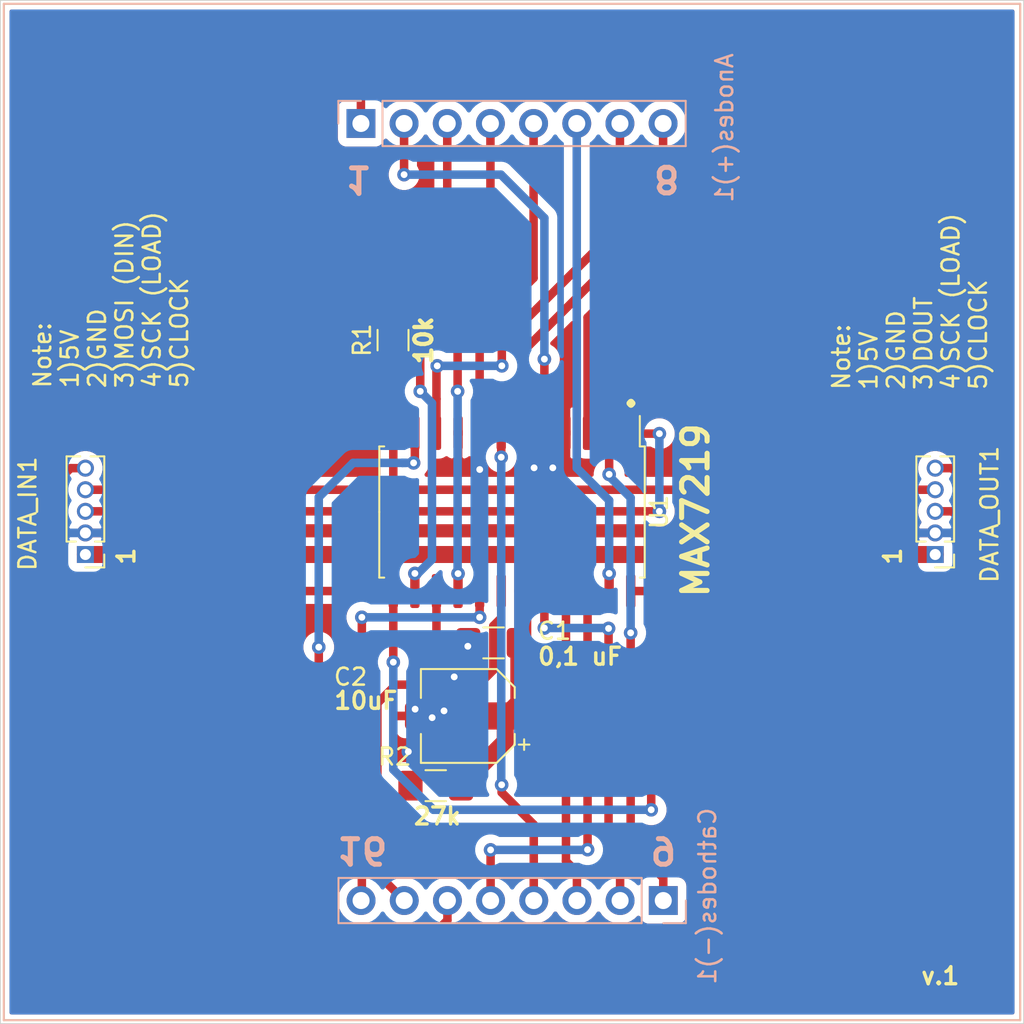
<source format=kicad_pcb>
(kicad_pcb (version 20211014) (generator pcbnew)
  (layers (0 "F.Cu" signal) (31 "B.Cu" signal) (34 "B.Paste" user) (35 "F.Paste" user) (36 "B.SilkS" user "B.Silkscreen") (37 "F.SilkS" user "F.Silkscreen") (38 "B.Mask" user) (39 "F.Mask" user) (44 "Edge.Cuts" user))
  (net 0 "")
  (net 1 "8")
  (net 2 "7")
  (net 3 "6")
  (net 4 "5")
  (net 5 "4")
  (net 6 "3")
  (net 7 "2")
  (net 8 "1")
  (net 9 "GND")
  (net 10 "5V")
  (net 11 "16")
  (net 12 "15")
  (net 13 "14")
  (net 14 "13")
  (net 15 "12")
  (net 16 "11")
  (net 17 "10")
  (net 18 "9")
  (net 19 "CS")
  (net 20 "Net-(R2-Pad2)")
  (net 21 "DOUT")
  (net 22 "CK")
  (net 23 "DIN")
  (footprint "Capacitor_SMD:CP_Elec_5x3" (layer "F.Cu") (at 127.5 112.1 180)
    (fp_text reference "C2" (at 6.9 2.3) (layer "F.SilkS"))
    (fp_text value "10uF")
    (fp_line (start -1.695563 2.76) (end 2.76 2.76) (layer "F.SilkS") (width 0.12))
    (fp_line (start 2.76 -2.76) (end 2.76 -1.06) (layer "F.SilkS") (width 0.12))
    (fp_line (start -2.76 -1.695563) (end -2.76 -1.06) (layer "F.SilkS") (width 0.12))
    (fp_line (start -3.3125 -1.9975) (end -3.3125 -1.3725) (layer "F.SilkS") (width 0.12))
    (fp_line (start -2.76 1.695563) (end -1.695563 2.76) (layer "F.SilkS") (width 0.12))
    (fp_line (start -2.76 -1.695563) (end -1.695563 -2.76) (layer "F.SilkS") (width 0.12))
    (fp_line (start 2.76 2.76) (end 2.76 1.06) (layer "F.SilkS") (width 0.12))
    (fp_line (start -2.76 1.695563) (end -2.76 1.06) (layer "F.SilkS") (width 0.12))
    (fp_line (start -1.695563 -2.76) (end 2.76 -2.76) (layer "F.SilkS") (width 0.12))
    (fp_line (start -3.625 -1.685) (end -3 -1.685) (layer "F.SilkS") (width 0.12))
    (pad "1" smd roundrect locked (at -2.2 0 180) (size 3 1.6) (layers "F.Cu" "F.Paste" "F.Mask") (roundrect_rratio 0.15625) (net 10 "5V"))
    (pad "2" smd roundrect locked (at 2.2 0 180) (size 3 1.6) (layers "F.Cu" "F.Paste" "F.Mask") (roundrect_rratio 0.15625) (net 9 "GND"))
  )
  (footprint "Package_SO:SOP-24_7.5x15.4mm_P1.27mm" (layer "F.Cu") (at 130.1 100.1 -90)
    (fp_text reference "U1" (at 0 -8.65 90) (layer "F.SilkS"))
    (fp_text value "MAX7219")
    (fp_line (start 0 -7.81) (end 3.86 -7.81) (layer "F.SilkS") (width 0.12))
    (fp_line (start 3.86 7.81) (end 3.86 7.52) (layer "F.SilkS") (width 0.12))
    (fp_line (start 3.86 -7.81) (end 3.86 -7.52) (layer "F.SilkS") (width 0.12))
    (fp_line (start -3.86 -7.81) (end -3.86 -7.52) (layer "F.SilkS") (width 0.12))
    (fp_line (start -3.86 -7.52) (end -5.65 -7.52) (layer "F.SilkS") (width 0.12))
    (fp_line (start 0 7.81) (end -3.86 7.81) (layer "F.SilkS") (width 0.12))
    (fp_line (start -3.86 7.81) (end -3.86 7.52) (layer "F.SilkS") (width 0.12))
    (fp_line (start 0 7.81) (end 3.86 7.81) (layer "F.SilkS") (width 0.12))
    (fp_line (start 0 -7.81) (end -3.86 -7.81) (layer "F.SilkS") (width 0.12))
    (pad "1" smd roundrect locked (at -4.65 -6.985 270) (size 2 0.55) (layers "F.Cu" "F.Paste" "F.Mask") (net 23 "DIN"))
    (pad "2" smd roundrect locked (at -4.65 -5.715 270) (size 2 0.55) (layers "F.Cu" "F.Paste" "F.Mask") (net 18 "9"))
    (pad "3" smd roundrect locked (at -4.65 -4.445 270) (size 2 0.55) (layers "F.Cu" "F.Paste" "F.Mask") (net 8 "1"))
    (pad "4" smd roundrect locked (at -4.65 -3.175 270) (size 2 0.55) (layers "F.Cu" "F.Paste" "F.Mask") (net 9 "GND"))
    (pad "5" smd roundrect locked (at -4.65 -1.905 270) (size 2 0.55) (layers "F.Cu" "F.Paste" "F.Mask") (net 7 "2"))
    (pad "6" smd roundrect locked (at -4.65 -0.635 270) (size 2 0.55) (layers "F.Cu" "F.Paste" "F.Mask") (net 1 "8"))
    (pad "7" smd roundrect locked (at -4.65 0.635 270) (size 2 0.55) (layers "F.Cu" "F.Paste" "F.Mask") (net 15 "12"))
    (pad "8" smd roundrect locked (at -4.65 1.905 270) (size 2 0.55) (layers "F.Cu" "F.Paste" "F.Mask") (net 4 "5"))
    (pad "9" smd roundrect locked (at -4.65 3.175 270) (size 2 0.55) (layers "F.Cu" "F.Paste" "F.Mask") (net 9 "GND"))
    (pad "10" smd roundrect locked (at -4.65 4.445 270) (size 2 0.55) (layers "F.Cu" "F.Paste" "F.Mask") (net 2 "7"))
    (pad "11" smd roundrect locked (at -4.65 5.715 270) (size 2 0.55) (layers "F.Cu" "F.Paste" "F.Mask") (net 13 "14"))
    (pad "12" smd roundrect locked (at -4.65 6.985 270) (size 2 0.55) (layers "F.Cu" "F.Paste" "F.Mask") (net 19 "CS"))
    (pad "13" smd roundrect locked (at 4.65 6.985 270) (size 2 0.55) (layers "F.Cu" "F.Paste" "F.Mask") (net 22 "CK"))
    (pad "14" smd roundrect locked (at 4.65 5.715 270) (size 2 0.55) (layers "F.Cu" "F.Paste" "F.Mask") (net 6 "3"))
    (pad "15" smd roundrect locked (at 4.65 4.445 270) (size 2 0.55) (layers "F.Cu" "F.Paste" "F.Mask") (net 12 "15"))
    (pad "16" smd roundrect locked (at 4.65 3.175 270) (size 2 0.55) (layers "F.Cu" "F.Paste" "F.Mask") (net 5 "4"))
    (pad "17" smd roundrect locked (at 4.65 1.905 270) (size 2 0.55) (layers "F.Cu" "F.Paste" "F.Mask") (net 11 "16"))
    (pad "18" smd roundrect locked (at 4.65 0.635 270) (size 2 0.55) (layers "F.Cu" "F.Paste" "F.Mask") (net 20 "Net-(R2-Pad2)"))
    (pad "19" smd roundrect locked (at 4.65 -0.635 270) (size 2 0.55) (layers "F.Cu" "F.Paste" "F.Mask") (net 10 "5V"))
    (pad "20" smd roundrect locked (at 4.65 -1.905 270) (size 2 0.55) (layers "F.Cu" "F.Paste" "F.Mask") (net 17 "10"))
    (pad "21" smd roundrect locked (at 4.65 -3.175 270) (size 2 0.55) (layers "F.Cu" "F.Paste" "F.Mask") (net 16 "11"))
    (pad "22" smd roundrect locked (at 4.65 -4.445 270) (size 2 0.55) (layers "F.Cu" "F.Paste" "F.Mask") (net 14 "13"))
    (pad "23" smd roundrect locked (at 4.65 -5.715 270) (size 2 0.55) (layers "F.Cu" "F.Paste" "F.Mask") (net 3 "6"))
    (pad "24" smd roundrect locked (at 4.65 -6.985 270) (size 2 0.55) (layers "F.Cu" "F.Paste" "F.Mask") (net 21 "DOUT"))
  )
  (footprint "Connector_PinHeader_1.27mm:PinHeader_1x05_P1.27mm_Vertical" (layer "F.Cu") (at 105 102.6 180)
    (fp_text reference "DATA_IN1" (at 3.4 2.4 90) (layer "F.SilkS"))
    (fp_text value "Conn_01x05")
    (fp_line (start -1.11 -0.76) (end 0 -0.76) (layer "F.SilkS") (width 0.12))
    (fp_line (start 0.563471 0.76) (end 1.11 0.76) (layer "F.SilkS") (width 0.12))
    (fp_line (start -1.11 5.775) (end -0.30753 5.775) (layer "F.SilkS") (width 0.12))
    (fp_line (start -1.11 0.76) (end -0.563471 0.76) (layer "F.SilkS") (width 0.12))
    (fp_line (start 0.30753 5.775) (end 1.11 5.775) (layer "F.SilkS") (width 0.12))
    (fp_line (start -1.11 0.76) (end -1.11 5.775) (layer "F.SilkS") (width 0.12))
    (fp_line (start 1.11 0.76) (end 1.11 5.775) (layer "F.SilkS") (width 0.12))
    (fp_line (start -1.11 0) (end -1.11 -0.76) (layer "F.SilkS") (width 0.12))
    (pad "1" thru_hole rect locked (at 0 0 180) (size 1 1) (drill 0.65) (layers *.Cu *.Mask) (net 10 "5V"))
    (pad "2" thru_hole oval locked (at 0 1.27 180) (size 1 1) (drill 0.65) (layers *.Cu *.Mask) (net 9 "GND"))
    (pad "3" thru_hole oval locked (at 0 2.54 180) (size 1 1) (drill 0.65) (layers *.Cu *.Mask) (net 23 "DIN"))
    (pad "4" thru_hole oval locked (at 0 3.81 180) (size 1 1) (drill 0.65) (layers *.Cu *.Mask) (net 19 "CS"))
    (pad "5" thru_hole oval locked (at 0 5.08 180) (size 1 1) (drill 0.65) (layers *.Cu *.Mask) (net 22 "CK"))
  )
  (footprint "Capacitor_SMD:C_1206_3216Metric_Pad1.42x1.75mm_HandSolder" (layer "F.Cu") (at 129.0125 107.8 180)
    (fp_text reference "C1" (at -3.5875 0.7) (layer "F.SilkS"))
    (fp_text value "0,1uF")
    (fp_line (start -0.602064 -0.91) (end 0.602064 -0.91) (layer "F.SilkS") (width 0.12))
    (fp_line (start -0.602064 0.91) (end 0.602064 0.91) (layer "F.SilkS") (width 0.12))
    (pad "1" smd roundrect locked (at -1.4875 0 180) (size 1.425 1.75) (layers "F.Cu" "F.Paste" "F.Mask") (roundrect_rratio 0.175439) (net 10 "5V"))
    (pad "2" smd roundrect locked (at 1.4875 0 180) (size 1.425 1.75) (layers "F.Cu" "F.Paste" "F.Mask") (roundrect_rratio 0.175439) (net 9 "GND"))
  )
  (footprint "Resistor_SMD:R_1206_3216Metric_Pad1.42x1.75mm_HandSolder" (layer "F.Cu") (at 123.1 89.9875 90)
    (fp_text reference "R1" (at 0 -1.82 90) (layer "F.SilkS"))
    (fp_text value "10k")
    (fp_line (start -0.602064 0.91) (end 0.602064 0.91) (layer "F.SilkS") (width 0.12))
    (fp_line (start -0.602064 -0.91) (end 0.602064 -0.91) (layer "F.SilkS") (width 0.12))
    (pad "1" smd roundrect locked (at -1.4875 0 90) (size 1.425 1.75) (layers "F.Cu" "F.Paste" "F.Mask") (roundrect_rratio 0.175439) (net 19 "CS"))
    (pad "2" smd roundrect locked (at 1.4875 0 90) (size 1.425 1.75) (layers "F.Cu" "F.Paste" "F.Mask") (roundrect_rratio 0.175439) (net 9 "GND"))
  )
  (footprint "Connector_PinHeader_1.27mm:PinHeader_1x05_P1.27mm_Vertical" (layer "F.Cu") (at 155 102.6 180)
    (fp_text reference "DATA_OUT1" (at -3.2 2.36 90) (layer "F.SilkS"))
    (fp_text value "Conn_01x05")
    (fp_line (start 1.11 0.76) (end 1.11 5.775) (layer "F.SilkS") (width 0.12))
    (fp_line (start -1.11 -0.76) (end 0 -0.76) (layer "F.SilkS") (width 0.12))
    (fp_line (start -1.11 0.76) (end -1.11 5.775) (layer "F.SilkS") (width 0.12))
    (fp_line (start -1.11 5.775) (end -0.30753 5.775) (layer "F.SilkS") (width 0.12))
    (fp_line (start 0.563471 0.76) (end 1.11 0.76) (layer "F.SilkS") (width 0.12))
    (fp_line (start -1.11 0.76) (end -0.563471 0.76) (layer "F.SilkS") (width 0.12))
    (fp_line (start 0.30753 5.775) (end 1.11 5.775) (layer "F.SilkS") (width 0.12))
    (fp_line (start -1.11 0) (end -1.11 -0.76) (layer "F.SilkS") (width 0.12))
    (pad "1" thru_hole rect locked (at 0 0 180) (size 1 1) (drill 0.65) (layers *.Cu *.Mask) (net 10 "5V"))
    (pad "2" thru_hole oval locked (at 0 1.27 180) (size 1 1) (drill 0.65) (layers *.Cu *.Mask) (net 9 "GND"))
    (pad "3" thru_hole oval locked (at 0 2.54 180) (size 1 1) (drill 0.65) (layers *.Cu *.Mask) (net 21 "DOUT"))
    (pad "4" thru_hole oval locked (at 0 3.81 180) (size 1 1) (drill 0.65) (layers *.Cu *.Mask) (net 19 "CS"))
    (pad "5" thru_hole oval locked (at 0 5.08 180) (size 1 1) (drill 0.65) (layers *.Cu *.Mask) (net 22 "CK"))
  )
  (footprint "Resistor_SMD:R_1206_3216Metric_Pad1.42x1.75mm_HandSolder" (layer "F.Cu") (at 125.6125 116.2 180)
    (fp_text reference "R2" (at 2.4125 1.7) (layer "F.SilkS"))
    (fp_text value "27k")
    (fp_line (start -0.602064 0.91) (end 0.602064 0.91) (layer "F.SilkS") (width 0.12))
    (fp_line (start -0.602064 -0.91) (end 0.602064 -0.91) (layer "F.SilkS") (width 0.12))
    (pad "1" smd roundrect locked (at -1.4875 0 180) (size 1.425 1.75) (layers "F.Cu" "F.Paste" "F.Mask") (roundrect_rratio 0.175439) (net 10 "5V"))
    (pad "2" smd roundrect locked (at 1.4875 0 180) (size 1.425 1.75) (layers "F.Cu" "F.Paste" "F.Mask") (roundrect_rratio 0.175439) (net 20 "Net-(R2-Pad2)"))
  )
  (footprint "Connector_PinHeader_2.54mm:PinHeader_1x08_P2.54mm_Vertical" (layer "B.Cu") (at 121.21 77.24 -90)
    (fp_text reference "Anodes(+)1" (at 0.26 -21.39 -90) (layer "B.SilkS") (effects (justify mirror)))
    (fp_text value "pin header 2.54 mm")
    (fp_line (start -1.33 -1.27) (end 1.33 -1.27) (layer "B.SilkS") (width 0.12))
    (fp_line (start 1.33 -1.27) (end 1.33 -19.11) (layer "B.SilkS") (width 0.12))
    (fp_line (start -1.33 -19.11) (end 1.33 -19.11) (layer "B.SilkS") (width 0.12))
    (fp_line (start -1.33 0) (end -1.33 1.33) (layer "B.SilkS") (width 0.12))
    (fp_line (start -1.33 -1.27) (end -1.33 -19.11) (layer "B.SilkS") (width 0.12))
    (fp_line (start -1.33 1.33) (end 0 1.33) (layer "B.SilkS") (width 0.12))
    (pad "1" thru_hole rect locked (at 0 0 270) (size 1.7 1.7) (drill 1) (layers *.Cu *.Mask) (net 8 "1"))
    (pad "2" thru_hole oval locked (at 0 -2.54 270) (size 1.7 1.7) (drill 1) (layers *.Cu *.Mask) (net 7 "2"))
    (pad "3" thru_hole oval locked (at 0 -5.08 270) (size 1.7 1.7) (drill 1) (layers *.Cu *.Mask) (net 6 "3"))
    (pad "4" thru_hole oval locked (at 0 -7.62 270) (size 1.7 1.7) (drill 1) (layers *.Cu *.Mask) (net 5 "4"))
    (pad "5" thru_hole oval locked (at 0 -10.16 270) (size 1.7 1.7) (drill 1) (layers *.Cu *.Mask) (net 4 "5"))
    (pad "6" thru_hole oval locked (at 0 -12.7 270) (size 1.7 1.7) (drill 1) (layers *.Cu *.Mask) (net 3 "6"))
    (pad "7" thru_hole oval locked (at 0 -15.24 270) (size 1.7 1.7) (drill 1) (layers *.Cu *.Mask) (net 2 "7"))
    (pad "8" thru_hole oval locked (at 0 -17.78 270) (size 1.7 1.7) (drill 1) (layers *.Cu *.Mask) (net 1 "8"))
  )
  (footprint "Connector_PinHeader_2.54mm:PinHeader_1x08_P2.54mm_Vertical" (layer "B.Cu") (at 139 122.96 90)
    (fp_text reference "Cathodes(-)1" (at 0.26 2.6 90) (layer "B.SilkS") (effects (justify mirror)))
    (fp_text value "pin header 2.54 mm")
    (fp_line (start -1.33 -19.11) (end 1.33 -19.11) (layer "B.SilkS") (width 0.12))
    (fp_line (start -1.33 -1.27) (end 1.33 -1.27) (layer "B.SilkS") (width 0.12))
    (fp_line (start -1.33 0) (end -1.33 1.33) (layer "B.SilkS") (width 0.12))
    (fp_line (start -1.33 -1.27) (end -1.33 -19.11) (layer "B.SilkS") (width 0.12))
    (fp_line (start -1.33 1.33) (end 0 1.33) (layer "B.SilkS") (width 0.12))
    (fp_line (start 1.33 -1.27) (end 1.33 -19.11) (layer "B.SilkS") (width 0.12))
    (pad "1" thru_hole rect locked (at 0 0 90) (size 1.7 1.7) (drill 1) (layers *.Cu *.Mask) (net 18 "9"))
    (pad "2" thru_hole oval locked (at 0 -2.54 90) (size 1.7 1.7) (drill 1) (layers *.Cu *.Mask) (net 17 "10"))
    (pad "3" thru_hole oval locked (at 0 -5.08 90) (size 1.7 1.7) (drill 1) (layers *.Cu *.Mask) (net 16 "11"))
    (pad "4" thru_hole oval locked (at 0 -7.62 90) (size 1.7 1.7) (drill 1) (layers *.Cu *.Mask) (net 15 "12"))
    (pad "5" thru_hole oval locked (at 0 -10.16 90) (size 1.7 1.7) (drill 1) (layers *.Cu *.Mask) (net 14 "13"))
    (pad "6" thru_hole oval locked (at 0 -12.7 90) (size 1.7 1.7) (drill 1) (layers *.Cu *.Mask) (net 13 "14"))
    (pad "7" thru_hole oval locked (at 0 -15.24 90) (size 1.7 1.7) (drill 1) (layers *.Cu *.Mask) (net 12 "15"))
    (pad "8" thru_hole oval locked (at 0 -17.78 90) (size 1.7 1.7) (drill 1) (layers *.Cu *.Mask) (net 11 "16"))
  )
  (gr_line (start 100.2 70.2) (end 100.2 130) (layer "B.SilkS") (width 0.12))
  (gr_line (start 100.2 130) (end 160 130) (layer "B.SilkS") (width 0.12))
  (gr_line (start 160 130) (end 160 70.2) (layer "B.SilkS") (width 0.12))
  (gr_line (start 160 70.2) (end 100.2 70.2) (layer "B.SilkS") (width 0.12))
  (gr_line (start 100.2 70.2) (end 100.2 130) (layer "F.SilkS") (width 0.12))
  (gr_line (start 100.2 130) (end 160 130) (layer "F.SilkS") (width 0.12))
  (gr_line (start 160 70.2) (end 100.2 70.2) (layer "F.SilkS") (width 0.12))
  (gr_line (start 160 130) (end 160 70.2) (layer "F.SilkS") (width 0.12))
  (gr_line (start 100 70) (end 100 130.2) (layer "Edge.Cuts") (width 0.05))
  (gr_line (start 160.2 130.2) (end 160.2 70) (layer "Edge.Cuts") (width 0.05))
  (gr_line (start 160.2 70) (end 100 70) (layer "Edge.Cuts") (width 0.05))
  (gr_line (start 100 130.2) (end 160.2 130.2) (layer "Edge.Cuts") (width 0.05))
  (gr_text "8" (at 139.2 80.5 180) (layer "B.SilkS") (effects (font (size 1.5 1.5) (thickness 0.3)) (justify mirror)))
  (gr_text "9" (at 139 120 180) (layer "B.SilkS") (effects (font (size 1.5 1.5) (thickness 0.3)) (justify mirror)))
  (gr_text "16" (at 121.3 120 180) (layer "B.SilkS") (effects (font (size 1.5 1.5) (thickness 0.3)) (justify mirror)))
  (gr_text "1" (at 121.09 80.53 180) (layer "B.SilkS") (effects (font (size 1.5 1.5) (thickness 0.3)) (justify mirror)))
  (gr_text "1" (at 107.4 102.7 90) (layer "F.SilkS") (effects (font (size 1 1) (thickness 0.2))))
  (gr_text "27k" (at 125.7 118) (layer "F.SilkS") (effects (font (size 1 1) (thickness 0.2))))
  (gr_text "1" (at 152.5 102.7 90) (layer "F.SilkS") (effects (font (size 1 1) (thickness 0.2))))
  (gr_text "Note: \n1)5V\n2)GND\n3)DOUT\n4)SCK (LOAD)\n5)CLOCK" (at 153.5 93 90) (layer "F.SilkS") (effects (font (size 1 1)) (justify left)))
  (gr_text "v.1" (at 155.3 127.4) (layer "F.SilkS") (effects (font (size 1 1) (thickness 0.2))))
  (gr_text "." (at 137.1 93.1) (layer "F.SilkS") (effects (font (size 1.5 1.5) (thickness 0.375))))
  (gr_text "0,1 uF" (at 134.1 108.6) (layer "F.SilkS") (effects (font (size 1 1) (thickness 0.2))))
  (gr_text "10k" (at 124.9 90 90) (layer "F.SilkS") (effects (font (size 1 1) (thickness 0.25))))
  (gr_text "MAX7219" (at 140.9 100 90) (layer "F.SilkS") (effects (font (size 1.5 1.5) (thickness 0.3))))
  (gr_text "10uF" (at 121.5 111.2) (layer "F.SilkS") (effects (font (size 1 1) (thickness 0.2))))
  (gr_text "Note: \n1)5V\n2)GND\n3)MOSI (DIN)\n4)SCK (LOAD)\n5)CLOCK" (at 106.5 92.9 90) (layer "F.SilkS") (effects (font (size 1 1)) (justify left)))
  (segment (start 130.735 95.45) (end 130.735 90.665) (width 0.5) (layer "F.Cu") (net 1))
  (segment (start 130.735 90.665) (end 138.99 82.41) (width 0.5) (layer "F.Cu") (net 1))
  (segment (start 138.99 82.41) (end 138.99 77.24) (width 0.5) (layer "F.Cu") (net 1))
  (segment (start 125.655 93.445) (end 125.655 93.445) (width 0.5) (layer "F.Cu") (net 2))
  (segment (start 129.5 91.5) (end 129.5 91.5) (width 0.5) (layer "F.Cu") (net 2))
  (segment (start 125.7 91.5) (end 125.7 91.5) (width 0.5) (layer "F.Cu") (net 2))
  (segment (start 136.45 83.15) (end 136.45 83.25) (width 0.5) (layer "F.Cu") (net 2))
  (segment (start 125.655 93.445) (end 125.655 91.545) (width 0.5) (layer "F.Cu") (net 2))
  (segment (start 136.45 83.25) (end 129.5 90.2) (width 0.5) (layer "F.Cu") (net 2))
  (segment (start 136.45 77.24) (end 136.45 83.15) (width 0.5) (layer "F.Cu") (net 2))
  (segment (start 129.5 90.2) (end 129.5 91.5) (width 0.5) (layer "F.Cu") (net 2))
  (segment (start 125.655 91.545) (end 125.7 91.5) (width 0.5) (layer "F.Cu") (net 2))
  (segment (start 125.655 95.45) (end 125.655 93.445) (width 0.5) (layer "F.Cu") (net 2))
  (via (at 129.5 91.5) (size 0.8) (drill 0.4) (layers "F.Cu" "B.Cu") (net 2))
  (via (at 125.7 91.5) (size 0.8) (drill 0.4) (layers "F.Cu" "B.Cu") (net 2))
  (segment (start 125.7 91.5) (end 129.5 91.5) (width 0.5) (layer "B.Cu") (net 2))
  (segment (start 135.815 103.715) (end 135.815 103.715) (width 0.5) (layer "F.Cu") (net 3))
  (segment (start 135.815 104.75) (end 135.815 103.715) (width 0.5) (layer "F.Cu") (net 3))
  (via (at 135.815 103.715) (size 0.8) (drill 0.4) (layers "F.Cu" "B.Cu") (net 3))
  (segment (start 133.91 77.24) (end 133.91 97.51) (width 0.5) (layer "B.Cu") (net 3))
  (segment (start 133.91 97.51) (end 135.815 99.415) (width 0.5) (layer "B.Cu") (net 3))
  (segment (start 135.815 99.415) (end 135.815 103.715) (width 0.5) (layer "B.Cu") (net 3))
  (segment (start 128.195 95.45) (end 128.195 89.505) (width 0.5) (layer "F.Cu") (net 4))
  (segment (start 131.37 86.33) (end 131.37 77.24) (width 0.5) (layer "F.Cu") (net 4))
  (segment (start 128.195 89.505) (end 131.37 86.33) (width 0.5) (layer "F.Cu") (net 4))
  (segment (start 126.9 93) (end 126.9 93) (width 0.5) (layer "F.Cu") (net 5))
  (segment (start 126.925 103.725) (end 126.925 103.725) (width 0.5) (layer "F.Cu") (net 5))
  (segment (start 126.925 104.75) (end 126.925 103.725) (width 0.5) (layer "F.Cu") (net 5))
  (segment (start 128.83 77.24) (end 128.83 87.17) (width 0.5) (layer "F.Cu") (net 5))
  (segment (start 126.9 89.1) (end 126.9 93) (width 0.5) (layer "F.Cu") (net 5))
  (segment (start 128.83 87.17) (end 126.9 89.1) (width 0.5) (layer "F.Cu") (net 5))
  (via (at 126.9 93) (size 0.8) (drill 0.4) (layers "F.Cu" "B.Cu") (net 5))
  (via (at 126.925 103.725) (size 0.8) (drill 0.4) (layers "F.Cu" "B.Cu") (net 5))
  (segment (start 126.9 103.7) (end 126.925 103.725) (width 0.5) (layer "B.Cu") (net 5))
  (segment (start 126.9 93) (end 126.9 103.7) (width 0.5) (layer "B.Cu") (net 5))
  (segment (start 124.7 93) (end 124.7 93) (width 0.5) (layer "F.Cu") (net 6))
  (segment (start 124.385 103.715) (end 124.385 103.615) (width 0.5) (layer "F.Cu") (net 6))
  (segment (start 126.29 88.01) (end 124.7 89.6) (width 0.5) (layer "F.Cu") (net 6))
  (segment (start 124.7 89.6) (end 124.7 93) (width 0.5) (layer "F.Cu") (net 6))
  (segment (start 126.29 77.24) (end 126.29 87.81) (width 0.5) (layer "F.Cu") (net 6))
  (segment (start 124.385 104.75) (end 124.385 103.715) (width 0.5) (layer "F.Cu") (net 6))
  (segment (start 126.29 87.81) (end 126.29 88.01) (width 0.5) (layer "F.Cu") (net 6))
  (via (at 124.385 103.715) (size 0.8) (drill 0.4) (layers "F.Cu" "B.Cu") (net 6))
  (via (at 124.7 93) (size 0.8) (drill 0.4) (layers "F.Cu" "B.Cu") (net 6))
  (segment (start 124.385 103.715) (end 124.565 103.715) (width 0.5) (layer "B.Cu") (net 6))
  (segment (start 124.565 103.715) (end 125.39 102.89) (width 0.5) (layer "B.Cu") (net 6))
  (segment (start 125.39 93.69) (end 124.7 93) (width 0.5) (layer "B.Cu") (net 6))
  (segment (start 125.39 102.89) (end 125.39 93.69) (width 0.5) (layer "B.Cu") (net 6))
  (segment (start 123.75 80.25) (end 123.75 80.25) (width 0.5) (layer "F.Cu") (net 7))
  (segment (start 132.005 91.105) (end 132.005 91.105) (width 0.5) (layer "F.Cu") (net 7))
  (segment (start 132.005 95.45) (end 132.005 91.105) (width 0.5) (layer "F.Cu") (net 7))
  (segment (start 123.75 77.24) (end 123.75 80.25) (width 0.5) (layer "F.Cu") (net 7))
  (via (at 123.75 80.25) (size 0.8) (drill 0.4) (layers "F.Cu" "B.Cu") (net 7))
  (via (at 132.005 91.105) (size 0.8) (drill 0.4) (layers "F.Cu" "B.Cu") (net 7))
  (segment (start 132.005 91.105) (end 132.005 82.805) (width 0.5) (layer "B.Cu") (net 7))
  (segment (start 129.45 80.25) (end 123.75 80.25) (width 0.5) (layer "B.Cu") (net 7))
  (segment (start 132.005 82.805) (end 129.45 80.25) (width 0.5) (layer "B.Cu") (net 7))
  (segment (start 141.7 76.1) (end 141.7 81.5) (width 0.5) (layer "F.Cu") (net 8))
  (segment (start 141.7 81.5) (end 134.545 88.655) (width 0.5) (layer "F.Cu") (net 8))
  (segment (start 121.21 75.09) (end 121.22 75.1) (width 0.5) (layer "F.Cu") (net 8))
  (segment (start 121.22 75.1) (end 140.7 75.1) (width 0.5) (layer "F.Cu") (net 8))
  (segment (start 134.545 88.655) (end 134.545 95.45) (width 0.5) (layer "F.Cu") (net 8))
  (segment (start 140.7 75.1) (end 141.7 76.1) (width 0.5) (layer "F.Cu") (net 8))
  (segment (start 121.21 77.24) (end 121.21 75.09) (width 0.5) (layer "F.Cu") (net 8))
  (via (at 126.1 111.8) (size 0.8) (drill 0.4) (layers "F.Cu" "B.Cu") (net 9))
  (via (at 128.2 97.6) (size 0.8) (drill 0.4) (layers "F.Cu" "B.Cu") (net 9))
  (via (at 127.5 108) (size 0.8) (drill 0.4) (layers "F.Cu" "B.Cu") (net 9))
  (via (at 126.7 109.8) (size 0.8) (drill 0.4) (layers "F.Cu" "B.Cu") (net 9))
  (via (at 124 114.2) (size 0.8) (drill 0.4) (layers "F.Cu" "B.Cu") (net 9))
  (via (at 125.4 112.2) (size 0.8) (drill 0.4) (layers "F.Cu" "B.Cu") (net 9))
  (via (at 124.4 111.7) (size 0.8) (drill 0.4) (layers "F.Cu" "B.Cu") (net 9))
  (via (at 131.4 97.5) (size 0.8) (drill 0.4) (layers "F.Cu" "B.Cu") (net 9))
  (via (at 132.5 97.5) (size 0.8) (drill 0.4) (layers "F.Cu" "B.Cu") (net 9))
  (segment (start 129.7 113.6) (end 127.1 116.2) (width 1) (layer "F.Cu") (net 10))
  (segment (start 130.735 102.665) (end 130.8 102.6) (width 1) (layer "F.Cu") (net 10))
  (segment (start 130.735 107.565) (end 130.5 107.8) (width 1) (layer "F.Cu") (net 10))
  (segment (start 130.735 104.75) (end 130.735 107.565) (width 1) (layer "F.Cu") (net 10))
  (segment (start 130.5 107.8) (end 130.5 111.3) (width 1) (layer "F.Cu") (net 10))
  (segment (start 130.8 102.6) (end 155 102.6) (width 1) (layer "F.Cu") (net 10))
  (segment (start 105 102.6) (end 130.8 102.6) (width 1) (layer "F.Cu") (net 10))
  (segment (start 130.5 111.3) (end 129.7 112.1) (width 1) (layer "F.Cu") (net 10))
  (segment (start 129.7 112.1) (end 129.7 113.6) (width 1) (layer "F.Cu") (net 10))
  (segment (start 130.735 104.75) (end 130.735 102.665) (width 1) (layer "F.Cu") (net 10))
  (segment (start 128.195 106.295) (end 128.195 106.295) (width 0.5) (layer "F.Cu") (net 11))
  (segment (start 128.195 104.75) (end 128.195 106.295) (width 0.5) (layer "F.Cu") (net 11))
  (segment (start 121.265 122.915) (end 121.22 122.96) (width 0.5) (layer "F.Cu") (net 11))
  (segment (start 121.265 106.295) (end 121.265 122.915) (width 0.5) (layer "F.Cu") (net 11))
  (via (at 121.265 106.295) (size 0.8) (drill 0.4) (layers "F.Cu" "B.Cu") (net 11))
  (via (at 128.195 106.295) (size 0.8) (drill 0.4) (layers "F.Cu" "B.Cu") (net 11))
  (segment (start 121.265 106.295) (end 121.265 106.295) (width 0.5) (layer "B.Cu") (net 11))
  (segment (start 128.195 106.295) (end 121.265 106.295) (width 0.5) (layer "B.Cu") (net 11))
  (segment (start 122.18 111.35) (end 122.18 121.38) (width 0.5) (layer "F.Cu") (net 12))
  (segment (start 125.655 104.75) (end 125.655 109.145) (width 0.5) (layer "F.Cu") (net 12))
  (segment (start 123.27 110.26) (end 122.18 111.35) (width 0.5) (layer "F.Cu") (net 12))
  (segment (start 122.18 121.38) (end 123.76 122.96) (width 0.5) (layer "F.Cu") (net 12))
  (segment (start 124.54 110.26) (end 123.27 110.26) (width 0.5) (layer "F.Cu") (net 12))
  (segment (start 125.655 109.145) (end 124.54 110.26) (width 0.5) (layer "F.Cu") (net 12))
  (segment (start 118.73 108.05) (end 118.73 108.05) (width 0.5) (layer "F.Cu") (net 13))
  (segment (start 126.3 122.96) (end 126.3 124.12) (width 0.5) (layer "F.Cu") (net 13))
  (segment (start 119.81 125.02) (end 118.73 123.94) (width 0.5) (layer "F.Cu") (net 13))
  (segment (start 126.3 124.12) (end 125.4 125.02) (width 0.5) (layer "F.Cu") (net 13))
  (segment (start 118.73 123.94) (end 118.73 108.05) (width 0.5) (layer "F.Cu") (net 13))
  (segment (start 119.9 125.02) (end 119.81 125.02) (width 0.5) (layer "F.Cu") (net 13))
  (segment (start 124.385 95.45) (end 124.385 97.135) (width 0.5) (layer "F.Cu") (net 13))
  (segment (start 124.385 97.135) (end 124.31 97.21) (width 0.5) (layer "F.Cu") (net 13))
  (segment (start 125.4 125.02) (end 119.9 125.02) (width 0.5) (layer "F.Cu") (net 13))
  (via (at 118.73 108.05) (size 0.8) (drill 0.4) (layers "F.Cu" "B.Cu") (net 13))
  (via (at 124.31 97.21) (size 0.8) (drill 0.4) (layers "F.Cu" "B.Cu") (net 13))
  (segment (start 121.02 97.21) (end 122.14 97.21) (width 0.5) (layer "B.Cu") (net 13))
  (segment (start 122.14 97.21) (end 123.65 97.21) (width 0.5) (layer "B.Cu") (net 13))
  (segment (start 124.31 97.21) (end 124.31 97.21) (width 0.5) (layer "B.Cu") (net 13))
  (segment (start 123.65 97.21) (end 123.84 97.21) (width 0.5) (layer "B.Cu") (net 13))
  (segment (start 120.75 97.21) (end 121.02 97.21) (width 0.5) (layer "B.Cu") (net 13))
  (segment (start 118.73 108.05) (end 118.73 99.23) (width 0.5) (layer "B.Cu") (net 13))
  (segment (start 123.65 97.21) (end 124.31 97.21) (width 0.5) (layer "B.Cu") (net 13))
  (segment (start 118.73 99.23) (end 120.75 97.21) (width 0.5) (layer "B.Cu") (net 13))
  (segment (start 134.545 119.965) (end 134.545 119.965) (width 0.5) (layer "F.Cu") (net 14))
  (segment (start 128.84 119.98) (end 128.84 119.98) (width 0.5) (layer "F.Cu") (net 14))
  (segment (start 134.545 104.75) (end 134.545 119.965) (width 0.5) (layer "F.Cu") (net 14))
  (segment (start 128.84 122.96) (end 128.84 119.98) (width 0.5) (layer "F.Cu") (net 14))
  (via (at 134.545 119.965) (size 0.8) (drill 0.4) (layers "F.Cu" "B.Cu") (net 14))
  (via (at 128.84 119.98) (size 0.8) (drill 0.4) (layers "F.Cu" "B.Cu") (net 14))
  (segment (start 134.53 119.98) (end 134.545 119.965) (width 0.5) (layer "B.Cu") (net 14))
  (segment (start 128.84 119.98) (end 134.53 119.98) (width 0.5) (layer "B.Cu") (net 14))
  (segment (start 129.49 116.15) (end 129.49 116.15) (width 0.5) (layer "F.Cu") (net 15))
  (segment (start 129.465 96.875) (end 129.465 96.875) (width 0.5) (layer "F.Cu") (net 15))
  (segment (start 131.38 122.96) (end 131.38 118.49) (width 0.5) (layer "F.Cu") (net 15))
  (segment (start 129.465 95.45) (end 129.465 96.875) (width 0.5) (layer "F.Cu") (net 15))
  (segment (start 131.38 118.49) (end 129.49 116.6) (width 0.5) (layer "F.Cu") (net 15))
  (segment (start 129.49 116.6) (end 129.49 116.15) (width 0.5) (layer "F.Cu") (net 15))
  (via (at 129.49 116.15) (size 0.8) (drill 0.4) (layers "F.Cu" "B.Cu") (net 15))
  (via (at 129.465 96.875) (size 0.8) (drill 0.4) (layers "F.Cu" "B.Cu") (net 15))
  (segment (start 129.465 116.125) (end 129.49 116.15) (width 0.5) (layer "B.Cu") (net 15))
  (segment (start 129.465 96.875) (end 129.465 116.125) (width 0.5) (layer "B.Cu") (net 15))
  (segment (start 133.275 120.645) (end 133.275 104.75) (width 0.5) (layer "F.Cu") (net 16))
  (segment (start 133.92 122.96) (end 133.92 121.29) (width 0.5) (layer "F.Cu") (net 16))
  (segment (start 133.92 121.29) (end 133.275 120.645) (width 0.5) (layer "F.Cu") (net 16))
  (segment (start 132.005 106.925) (end 132.005 106.925) (width 0.5) (layer "F.Cu") (net 17))
  (segment (start 135.78 106.95) (end 135.78 106.95) (width 0.5) (layer "F.Cu") (net 17))
  (segment (start 136.46 121.24) (end 135.78 120.56) (width 0.5) (layer "F.Cu") (net 17))
  (segment (start 136.46 122.96) (end 136.46 121.24) (width 0.5) (layer "F.Cu") (net 17))
  (segment (start 135.78 120.56) (end 135.78 106.95) (width 0.5) (layer "F.Cu") (net 17))
  (segment (start 132.005 104.75) (end 132.005 106.925) (width 0.5) (layer "F.Cu") (net 17))
  (via (at 132.005 106.925) (size 0.8) (drill 0.4) (layers "F.Cu" "B.Cu") (net 17))
  (via (at 135.78 106.95) (size 0.8) (drill 0.4) (layers "F.Cu" "B.Cu") (net 17))
  (segment (start 132.005 106.925) (end 135.755 106.925) (width 0.5) (layer "B.Cu") (net 17))
  (segment (start 135.755 106.925) (end 135.78 106.95) (width 0.5) (layer "B.Cu") (net 17))
  (segment (start 137.08 107.21) (end 137.08 107.15) (width 0.5) (layer "F.Cu") (net 18))
  (segment (start 135.815 97.885) (end 135.815 97.885) (width 0.5) (layer "F.Cu") (net 18))
  (segment (start 137.08 119.71) (end 137.08 107.21) (width 0.5) (layer "F.Cu") (net 18))
  (segment (start 139 121.63) (end 137.08 119.71) (width 0.5) (layer "F.Cu") (net 18))
  (segment (start 135.815 95.45) (end 135.815 97.885) (width 0.5) (layer "F.Cu") (net 18))
  (segment (start 139 122.96) (end 139 121.63) (width 0.5) (layer "F.Cu") (net 18))
  (via (at 137.08 107.21) (size 0.8) (drill 0.4) (layers "F.Cu" "B.Cu") (net 18))
  (via (at 135.815 97.885) (size 0.8) (drill 0.4) (layers "F.Cu" "B.Cu") (net 18))
  (segment (start 137.08 99.26) (end 135.93 98.11) (width 0.5) (layer "B.Cu") (net 18))
  (segment (start 137.08 107.21) (end 137.08 99.26) (width 0.5) (layer "B.Cu") (net 18))
  (segment (start 122.86 98.79) (end 155 98.79) (width 0.5) (layer "F.Cu") (net 19))
  (segment (start 121.73 98.79) (end 122.86 98.79) (width 0.5) (layer "F.Cu") (net 19))
  (segment (start 105 98.79) (end 121.73 98.79) (width 0.5) (layer "F.Cu") (net 19))
  (segment (start 123.115 95.45) (end 123.115 91.49) (width 0.5) (layer "F.Cu") (net 19))
  (segment (start 123.115 95.45) (end 123.115 98.535) (width 0.5) (layer "F.Cu") (net 19))
  (segment (start 123.115 91.49) (end 123.1 91.475) (width 0.5) (layer "F.Cu") (net 19))
  (segment (start 123.115 98.535) (end 122.86 98.79) (width 0.5) (layer "F.Cu") (net 19))
  (segment (start 126.3 114.7) (end 125.625 114.7) (width 0.5) (layer "F.Cu") (net 20))
  (segment (start 129 109.4) (end 127.5 110.9) (width 0.5) (layer "F.Cu") (net 20))
  (segment (start 125.625 114.7) (end 124.125 116.2) (width 0.5) (layer "F.Cu") (net 20))
  (segment (start 129.465 106.335) (end 129 106.8) (width 0.5) (layer "F.Cu") (net 20))
  (segment (start 129 106.8) (end 129 109.4) (width 0.5) (layer "F.Cu") (net 20))
  (segment (start 127.5 113.5) (end 126.3 114.7) (width 0.5) (layer "F.Cu") (net 20))
  (segment (start 127.5 110.9) (end 127.5 113.5) (width 0.5) (layer "F.Cu") (net 20))
  (segment (start 129.465 104.75) (end 129.465 106.335) (width 0.5) (layer "F.Cu") (net 20))
  (segment (start 155.21 104.75) (end 156.58 103.38) (width 0.5) (layer "F.Cu") (net 21))
  (segment (start 137.085 104.75) (end 155.21 104.75) (width 0.5) (layer "F.Cu") (net 21))
  (segment (start 156.58 100.64) (end 156 100.06) (width 0.5) (layer "F.Cu") (net 21))
  (segment (start 156.58 103.38) (end 156.58 100.64) (width 0.5) (layer "F.Cu") (net 21))
  (segment (start 156 100.06) (end 155 100.06) (width 0.5) (layer "F.Cu") (net 21))
  (segment (start 139.32 109.07) (end 139.32 109.07) (width 0.5) (layer "F.Cu") (net 22))
  (segment (start 123.115 108.935) (end 123.115 108.995) (width 0.5) (layer "F.Cu") (net 22))
  (segment (start 138.29 117.62) (end 138.29 117.62) (width 0.5) (layer "F.Cu") (net 22))
  (segment (start 138.29 109.57) (end 138.29 117.62) (width 0.5) (layer "F.Cu") (net 22))
  (segment (start 157.76 99.29) (end 157.76 104.21) (width 0.5) (layer "F.Cu") (net 22))
  (segment (start 155.99 97.52) (end 157.76 99.29) (width 0.5) (layer "F.Cu") (net 22))
  (segment (start 123.115 104.75) (end 123.115 108.935) (width 0.5) (layer "F.Cu") (net 22))
  (segment (start 155 97.52) (end 155.99 97.52) (width 0.5) (layer "F.Cu") (net 22))
  (segment (start 104.13 97.52) (end 103.39 98.26) (width 0.5) (layer "F.Cu") (net 22))
  (segment (start 157.76 104.21) (end 157.76 107.2) (width 0.5) (layer "F.Cu") (net 22))
  (segment (start 103.39 103.83) (end 104.31 104.75) (width 0.5) (layer "F.Cu") (net 22))
  (segment (start 105 97.52) (end 104.13 97.52) (width 0.5) (layer "F.Cu") (net 22))
  (segment (start 103.39 98.26) (end 103.39 103.83) (width 0.5) (layer "F.Cu") (net 22))
  (segment (start 157.76 107.2) (end 155.89 109.07) (width 0.5) (layer "F.Cu") (net 22))
  (segment (start 155.89 109.07) (end 139.32 109.07) (width 0.5) (layer "F.Cu") (net 22))
  (segment (start 139.32 109.07) (end 138.79 109.07) (width 0.5) (layer "F.Cu") (net 22))
  (segment (start 138.79 109.07) (end 138.29 109.57) (width 0.5) (layer "F.Cu") (net 22))
  (segment (start 104.31 104.75) (end 123.115 104.75) (width 0.5) (layer "F.Cu") (net 22))
  (via (at 123.115 108.935) (size 0.8) (drill 0.4) (layers "F.Cu" "B.Cu") (net 22))
  (via (at 138.29 117.62) (size 0.8) (drill 0.4) (layers "F.Cu" "B.Cu") (net 22))
  (segment (start 138.29 117.62) (end 125.48 117.62) (width 0.5) (layer "B.Cu") (net 22))
  (segment (start 123.115 115.255) (end 123.115 108.935) (width 0.5) (layer "B.Cu") (net 22))
  (segment (start 125.48 117.62) (end 123.115 115.255) (width 0.5) (layer "B.Cu") (net 22))
  (segment (start 138.77 100.06) (end 138.77 100.06) (width 0.5) (layer "F.Cu") (net 23))
  (segment (start 138.77 95.49) (end 137.125 95.49) (width 0.5) (layer "F.Cu") (net 23))
  (segment (start 137.125 95.49) (end 137.085 95.45) (width 0.5) (layer "F.Cu") (net 23))
  (segment (start 105 100.06) (end 138.77 100.06) (width 0.5) (layer "F.Cu") (net 23))
  (via (at 138.77 95.49) (size 0.8) (drill 0.4) (layers "F.Cu" "B.Cu") (net 23))
  (via (at 138.77 100.06) (size 0.8) (drill 0.4) (layers "F.Cu" "B.Cu") (net 23))
  (segment (start 138.77 95.49) (end 138.77 95.49) (width 0.5) (layer "B.Cu") (net 23))
  (segment (start 138.77 100.06) (end 138.77 95.49) (width 0.5) (layer "B.Cu") (net 23))
  (zone (net 9) (net_name "GND") (layer "F.Cu") (connect_pads (clearance 0.508)) (min_thickness 0.254) (fill yes (thermal_gap 0.508) (thermal_bridge_width 0.508))
    (polygon (pts (xy 160 130) (xy 100.2 130) (xy 100.2 70.2) (xy 160 70.2)))
  )
  (zone (net 9) (net_name "GND") (layer "B.Cu") (connect_pads (clearance 0.508)) (min_thickness 0.254) (fill yes (thermal_gap 0.508) (thermal_bridge_width 0.508))
    (polygon (pts (xy 160 130) (xy 100.2 130) (xy 100.2 70.2) (xy 160 70.2)))
  )
)
</source>
